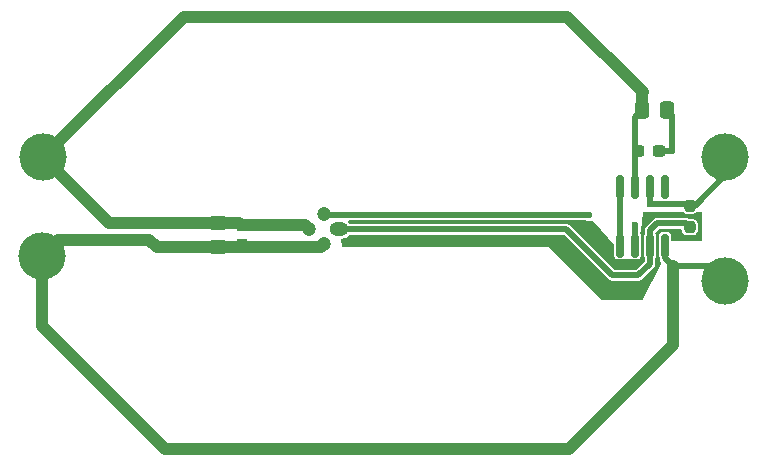
<source format=gbr>
%TF.GenerationSoftware,KiCad,Pcbnew,8.0.5*%
%TF.CreationDate,2024-12-28T23:53:34+01:00*%
%TF.ProjectId,LM399_voltage_reference,4c4d3339-395f-4766-9f6c-746167655f72,rev?*%
%TF.SameCoordinates,Original*%
%TF.FileFunction,Copper,L1,Top*%
%TF.FilePolarity,Positive*%
%FSLAX46Y46*%
G04 Gerber Fmt 4.6, Leading zero omitted, Abs format (unit mm)*
G04 Created by KiCad (PCBNEW 8.0.5) date 2024-12-28 23:53:34*
%MOMM*%
%LPD*%
G01*
G04 APERTURE LIST*
G04 Aperture macros list*
%AMRoundRect*
0 Rectangle with rounded corners*
0 $1 Rounding radius*
0 $2 $3 $4 $5 $6 $7 $8 $9 X,Y pos of 4 corners*
0 Add a 4 corners polygon primitive as box body*
4,1,4,$2,$3,$4,$5,$6,$7,$8,$9,$2,$3,0*
0 Add four circle primitives for the rounded corners*
1,1,$1+$1,$2,$3*
1,1,$1+$1,$4,$5*
1,1,$1+$1,$6,$7*
1,1,$1+$1,$8,$9*
0 Add four rect primitives between the rounded corners*
20,1,$1+$1,$2,$3,$4,$5,0*
20,1,$1+$1,$4,$5,$6,$7,0*
20,1,$1+$1,$6,$7,$8,$9,0*
20,1,$1+$1,$8,$9,$2,$3,0*%
G04 Aperture macros list end*
%TA.AperFunction,SMDPad,CuDef*%
%ADD10RoundRect,0.237500X0.237500X-0.250000X0.237500X0.250000X-0.237500X0.250000X-0.237500X-0.250000X0*%
%TD*%
%TA.AperFunction,ComponentPad*%
%ADD11O,1.600000X1.200000*%
%TD*%
%TA.AperFunction,ComponentPad*%
%ADD12C,1.200000*%
%TD*%
%TA.AperFunction,SMDPad,CuDef*%
%ADD13C,4.000000*%
%TD*%
%TA.AperFunction,SMDPad,CuDef*%
%ADD14RoundRect,0.237500X-0.300000X-0.237500X0.300000X-0.237500X0.300000X0.237500X-0.300000X0.237500X0*%
%TD*%
%TA.AperFunction,SMDPad,CuDef*%
%ADD15RoundRect,0.150000X0.150000X-0.825000X0.150000X0.825000X-0.150000X0.825000X-0.150000X-0.825000X0*%
%TD*%
%TA.AperFunction,SMDPad,CuDef*%
%ADD16RoundRect,0.250000X-0.475000X0.337500X-0.475000X-0.337500X0.475000X-0.337500X0.475000X0.337500X0*%
%TD*%
%TA.AperFunction,SMDPad,CuDef*%
%ADD17RoundRect,0.237500X-0.237500X0.300000X-0.237500X-0.300000X0.237500X-0.300000X0.237500X0.300000X0*%
%TD*%
%TA.AperFunction,SMDPad,CuDef*%
%ADD18RoundRect,0.250000X-0.337500X-0.475000X0.337500X-0.475000X0.337500X0.475000X-0.337500X0.475000X0*%
%TD*%
%TA.AperFunction,ViaPad*%
%ADD19C,0.600000*%
%TD*%
%TA.AperFunction,Conductor*%
%ADD20C,0.500000*%
%TD*%
%TA.AperFunction,Conductor*%
%ADD21C,1.000000*%
%TD*%
G04 APERTURE END LIST*
D10*
%TO.P,R1,1*%
%TO.N,Net-(U2-+)*%
X230965000Y-99812500D03*
%TO.P,R1,2*%
%TO.N,Net-(RN1-R1.2)*%
X230965000Y-97987500D03*
%TD*%
D11*
%TO.P,U1,1*%
%TO.N,Net-(U2-+)*%
X201270000Y-100000000D03*
D12*
%TO.P,U1,2*%
%TO.N,GND*%
X200000000Y-98730000D03*
%TO.P,U1,3*%
%TO.N,vcc*%
X198730000Y-100000000D03*
%TO.P,U1,4*%
%TO.N,GND*%
X200000000Y-101270000D03*
%TD*%
D13*
%TO.P,TP4,1,1*%
%TO.N,GND*%
X176100000Y-102300000D03*
%TD*%
%TO.P,TP3,1,1*%
%TO.N,vcc*%
X176200000Y-93900000D03*
%TD*%
D14*
%TO.P,C4,1*%
%TO.N,vcc*%
X226602500Y-93400000D03*
%TO.P,C4,2*%
%TO.N,GND*%
X228327500Y-93400000D03*
%TD*%
D15*
%TO.P,U2,1,SHDN*%
%TO.N,Net-(U2-CP)*%
X225060000Y-101375000D03*
%TO.P,U2,2,-*%
%TO.N,Net-(RN1-R1.1)*%
X226330000Y-101375000D03*
%TO.P,U2,3,+*%
%TO.N,Net-(U2-+)*%
X227600000Y-101375000D03*
%TO.P,U2,4,V-*%
%TO.N,GND*%
X228870000Y-101375000D03*
%TO.P,U2,5,COMP*%
%TO.N,unconnected-(U2-COMP-Pad5)*%
X228870000Y-96425000D03*
%TO.P,U2,6*%
%TO.N,Net-(RN1-R1.2)*%
X227600000Y-96425000D03*
%TO.P,U2,7,V+*%
%TO.N,vcc*%
X226330000Y-96425000D03*
%TO.P,U2,8,CP*%
%TO.N,Net-(U2-CP)*%
X225060000Y-96425000D03*
%TD*%
D16*
%TO.P,C3,1*%
%TO.N,vcc*%
X191000000Y-99462500D03*
%TO.P,C3,2*%
%TO.N,GND*%
X191000000Y-101537500D03*
%TD*%
D13*
%TO.P,TP1,1,1*%
%TO.N,Net-(RN1-R1.2)*%
X233965000Y-93900000D03*
%TD*%
D17*
%TO.P,C1,1*%
%TO.N,vcc*%
X193000000Y-99637500D03*
%TO.P,C1,2*%
%TO.N,GND*%
X193000000Y-101362500D03*
%TD*%
D18*
%TO.P,C2,1*%
%TO.N,vcc*%
X226927500Y-89900000D03*
%TO.P,C2,2*%
%TO.N,GND*%
X229002500Y-89900000D03*
%TD*%
D13*
%TO.P,TP2,1,1*%
%TO.N,GND*%
X233965000Y-104400000D03*
%TD*%
D19*
%TO.N,GND*%
X176100000Y-102300000D03*
X222400000Y-98800000D03*
X229500000Y-103102082D03*
X229465000Y-93400000D03*
%TO.N,Net-(RN1-R1.2)*%
X227600000Y-97900000D03*
%TO.N,Net-(RN1-R1.1)*%
X226330000Y-99670000D03*
%TD*%
D20*
%TO.N,vcc*%
X226965000Y-88400000D02*
X226927500Y-88437500D01*
D21*
X226927500Y-88437500D02*
X226927500Y-89900000D01*
X176200000Y-93900000D02*
X188102249Y-81997751D01*
X198367500Y-99637500D02*
X198730000Y-100000000D01*
X176200000Y-93900000D02*
X181762500Y-99462500D01*
X193000000Y-99637500D02*
X198367500Y-99637500D01*
X188102249Y-81997751D02*
X220562751Y-81997751D01*
X191000000Y-99462500D02*
X192825000Y-99462500D01*
D20*
X226330000Y-90497500D02*
X226330000Y-96425000D01*
X226927500Y-89900000D02*
X226330000Y-90497500D01*
D21*
X192825000Y-99462500D02*
X193000000Y-99637500D01*
X181762500Y-99462500D02*
X191000000Y-99462500D01*
X220562751Y-81997751D02*
X226965000Y-88400000D01*
D20*
%TO.N,GND*%
X229465000Y-93400000D02*
X229465000Y-90362500D01*
D21*
X185200000Y-100900000D02*
X185837500Y-101537500D01*
X220700000Y-118600000D02*
X186500000Y-118600000D01*
X229500000Y-103102082D02*
X229500000Y-103100000D01*
D20*
X229465000Y-93400000D02*
X228327500Y-93400000D01*
X200070000Y-98800000D02*
X222400000Y-98800000D01*
D21*
X199732500Y-101537500D02*
X200000000Y-101270000D01*
D20*
X233965000Y-104400000D02*
X232667082Y-103102082D01*
D21*
X192825000Y-101537500D02*
X193000000Y-101362500D01*
X192300000Y-101537500D02*
X192825000Y-101537500D01*
X186500000Y-118600000D02*
X176100000Y-108200000D01*
D20*
X232667082Y-103102082D02*
X229500000Y-103102082D01*
D21*
X229500000Y-103102082D02*
X229500000Y-109800000D01*
X192300000Y-101537500D02*
X199732500Y-101537500D01*
D20*
X229500000Y-103102082D02*
X228870000Y-102472082D01*
D21*
X185837500Y-101537500D02*
X192300000Y-101537500D01*
X176100000Y-108200000D02*
X176100000Y-102300000D01*
X176100000Y-102300000D02*
X177500000Y-100900000D01*
D20*
X229465000Y-90362500D02*
X229002500Y-89900000D01*
D21*
X177500000Y-100900000D02*
X185200000Y-100900000D01*
D20*
X200000000Y-98730000D02*
X200070000Y-98800000D01*
D21*
X229500000Y-109800000D02*
X220700000Y-118600000D01*
D20*
X228870000Y-102472082D02*
X228870000Y-101375000D01*
%TO.N,Net-(U2-+)*%
X227600000Y-101375000D02*
X227600000Y-100100000D01*
X227600000Y-102900000D02*
X226600000Y-103900000D01*
X224400000Y-103900000D02*
X220500000Y-100000000D01*
X226600000Y-103900000D02*
X224400000Y-103900000D01*
X220500000Y-100000000D02*
X201270000Y-100000000D01*
X227600000Y-101375000D02*
X227600000Y-102900000D01*
X228200000Y-99500000D02*
X230652500Y-99500000D01*
X230652500Y-99500000D02*
X230965000Y-99812500D01*
X227600000Y-100100000D02*
X228200000Y-99500000D01*
%TO.N,Net-(RN1-R1.2)*%
X231377500Y-97987500D02*
X233965000Y-95400000D01*
X233965000Y-95400000D02*
X233965000Y-93900000D01*
X230965000Y-97987500D02*
X231377500Y-97987500D01*
X227600000Y-97900000D02*
X230877500Y-97900000D01*
X230877500Y-97900000D02*
X230965000Y-97987500D01*
X227600000Y-97900000D02*
X227600000Y-96425000D01*
%TO.N,Net-(RN1-R1.1)*%
X226330000Y-99670000D02*
X226330000Y-101375000D01*
%TO.N,Net-(U2-CP)*%
X225060000Y-96425000D02*
X225060000Y-101375000D01*
%TD*%
%TA.AperFunction,NonConductor*%
G36*
X230381304Y-98519685D02*
G01*
X230407560Y-98544297D01*
X230407718Y-98544140D01*
X230412598Y-98549020D01*
X230414036Y-98550368D01*
X230414289Y-98550711D01*
X230520523Y-98629115D01*
X230520524Y-98629115D01*
X230520525Y-98629116D01*
X230645151Y-98672725D01*
X230645150Y-98672725D01*
X230674740Y-98675500D01*
X230674744Y-98675500D01*
X231255260Y-98675500D01*
X231284849Y-98672725D01*
X231328236Y-98657543D01*
X231409475Y-98629116D01*
X231515711Y-98550711D01*
X231515964Y-98550367D01*
X231516337Y-98550084D01*
X231522282Y-98544140D01*
X231523095Y-98544953D01*
X231571611Y-98508116D01*
X231615735Y-98500000D01*
X231876000Y-98500000D01*
X231943039Y-98519685D01*
X231988794Y-98572489D01*
X232000000Y-98624000D01*
X232000000Y-100876000D01*
X231980315Y-100943039D01*
X231927511Y-100988794D01*
X231876000Y-101000000D01*
X229494500Y-101000000D01*
X229427461Y-100980315D01*
X229381706Y-100927511D01*
X229370500Y-100876000D01*
X229370500Y-100516739D01*
X229361376Y-100454116D01*
X229360573Y-100448607D01*
X229309198Y-100343517D01*
X229309196Y-100343515D01*
X229309196Y-100343514D01*
X229226485Y-100260803D01*
X229121391Y-100209426D01*
X229053261Y-100199500D01*
X229053260Y-100199500D01*
X228686740Y-100199500D01*
X228686739Y-100199500D01*
X228618608Y-100209426D01*
X228513514Y-100260803D01*
X228430803Y-100343514D01*
X228379426Y-100448608D01*
X228369500Y-100516739D01*
X228369500Y-102233260D01*
X228379426Y-102301391D01*
X228406901Y-102357592D01*
X228419500Y-102412052D01*
X228419500Y-102531391D01*
X228437750Y-102599500D01*
X228450201Y-102645969D01*
X228509511Y-102748696D01*
X228509513Y-102748698D01*
X228523741Y-102762926D01*
X228557226Y-102824249D01*
X228552242Y-102893941D01*
X228546969Y-102906061D01*
X227034273Y-105931454D01*
X226986686Y-105982613D01*
X226923364Y-106000000D01*
X223551362Y-106000000D01*
X223484323Y-105980315D01*
X223463681Y-105963681D01*
X219000000Y-101500000D01*
X216129321Y-101500000D01*
X216119598Y-101499618D01*
X216118098Y-101499500D01*
X216118092Y-101499500D01*
X215881908Y-101499500D01*
X215881902Y-101499500D01*
X215880402Y-101499618D01*
X215870679Y-101500000D01*
X201605044Y-101500000D01*
X201538005Y-101480315D01*
X201492250Y-101427511D01*
X201482731Y-101396385D01*
X201407481Y-100944885D01*
X201415877Y-100875522D01*
X201460440Y-100821709D01*
X201527023Y-100800531D01*
X201529794Y-100800500D01*
X201548844Y-100800500D01*
X201548845Y-100800499D01*
X201703497Y-100769737D01*
X201849179Y-100709394D01*
X201980289Y-100621789D01*
X202091789Y-100510289D01*
X202094914Y-100505611D01*
X202148525Y-100460806D01*
X202198018Y-100450500D01*
X220262035Y-100450500D01*
X220329074Y-100470185D01*
X220349716Y-100486819D01*
X224123386Y-104260489D01*
X224226113Y-104319799D01*
X224250321Y-104326284D01*
X224250324Y-104326286D01*
X224250325Y-104326286D01*
X224280447Y-104334357D01*
X224340691Y-104350500D01*
X224340693Y-104350500D01*
X226659308Y-104350500D01*
X226659309Y-104350500D01*
X226749673Y-104326286D01*
X226773887Y-104319799D01*
X226876614Y-104260489D01*
X227960490Y-103176613D01*
X228019799Y-103073886D01*
X228024177Y-103057546D01*
X228050500Y-102959309D01*
X228050500Y-102412052D01*
X228063099Y-102357592D01*
X228090573Y-102301393D01*
X228100500Y-102233260D01*
X228100500Y-100516740D01*
X228092879Y-100464435D01*
X228090574Y-100448611D01*
X228090573Y-100448610D01*
X228090573Y-100448607D01*
X228063103Y-100392416D01*
X228051346Y-100323546D01*
X228078689Y-100259249D01*
X228086814Y-100250288D01*
X228350284Y-99986819D01*
X228411607Y-99953334D01*
X228437965Y-99950500D01*
X230165500Y-99950500D01*
X230232539Y-99970185D01*
X230278294Y-100022989D01*
X230289500Y-100074500D01*
X230289500Y-100115260D01*
X230292274Y-100144849D01*
X230335884Y-100269476D01*
X230414288Y-100375710D01*
X230414289Y-100375711D01*
X230520523Y-100454115D01*
X230520524Y-100454115D01*
X230520525Y-100454116D01*
X230645151Y-100497725D01*
X230645150Y-100497725D01*
X230674740Y-100500500D01*
X230674744Y-100500500D01*
X231255260Y-100500500D01*
X231284849Y-100497725D01*
X231322266Y-100484632D01*
X231409475Y-100454116D01*
X231515711Y-100375711D01*
X231594116Y-100269475D01*
X231637725Y-100144849D01*
X231640500Y-100115256D01*
X231640500Y-99509744D01*
X231638621Y-99489711D01*
X231637725Y-99480150D01*
X231602054Y-99378211D01*
X231594116Y-99355525D01*
X231576138Y-99331166D01*
X231515711Y-99249289D01*
X231515710Y-99249288D01*
X231409476Y-99170884D01*
X231284848Y-99127274D01*
X231284849Y-99127274D01*
X231255260Y-99124500D01*
X231255256Y-99124500D01*
X230936341Y-99124500D01*
X230874340Y-99107887D01*
X230866617Y-99103428D01*
X230826387Y-99080201D01*
X230800904Y-99073373D01*
X230800901Y-99073372D01*
X230763246Y-99063282D01*
X230711809Y-99049500D01*
X228140691Y-99049500D01*
X228051595Y-99073373D01*
X228051594Y-99073372D01*
X228026114Y-99080200D01*
X228026113Y-99080200D01*
X227923386Y-99139511D01*
X227923383Y-99139513D01*
X227239513Y-99823383D01*
X227239509Y-99823389D01*
X227180201Y-99926112D01*
X227180200Y-99926117D01*
X227149500Y-100040691D01*
X227149500Y-100337947D01*
X227136901Y-100392406D01*
X227109428Y-100448604D01*
X227109425Y-100448611D01*
X227099500Y-100516739D01*
X227099500Y-102233260D01*
X227109426Y-102301391D01*
X227136901Y-102357592D01*
X227149500Y-102412052D01*
X227149500Y-102662035D01*
X227129815Y-102729074D01*
X227113181Y-102749716D01*
X226449716Y-103413181D01*
X226388393Y-103446666D01*
X226362035Y-103449500D01*
X224637965Y-103449500D01*
X224570926Y-103429815D01*
X224550284Y-103413181D01*
X220776616Y-99639513D01*
X220776614Y-99639511D01*
X220725250Y-99609856D01*
X220673888Y-99580201D01*
X220661780Y-99576957D01*
X220649673Y-99573713D01*
X220649670Y-99573712D01*
X220611478Y-99563478D01*
X220559309Y-99549500D01*
X220559308Y-99549500D01*
X202198018Y-99549500D01*
X202130979Y-99529815D01*
X202094914Y-99494388D01*
X202091788Y-99489709D01*
X202064260Y-99462181D01*
X202030775Y-99400858D01*
X202035759Y-99331166D01*
X202077631Y-99275233D01*
X202143095Y-99250816D01*
X202151941Y-99250500D01*
X222142273Y-99250500D01*
X222181004Y-99258926D01*
X222181437Y-99257455D01*
X222328036Y-99300499D01*
X222328038Y-99300500D01*
X222328039Y-99300500D01*
X222471962Y-99300500D01*
X222471962Y-99300499D01*
X222539122Y-99280780D01*
X222618563Y-99257455D01*
X222619264Y-99259844D01*
X222675310Y-99251772D01*
X222738873Y-99280780D01*
X222751842Y-99293816D01*
X222923761Y-99494388D01*
X224529648Y-101367923D01*
X224558331Y-101431633D01*
X224559500Y-101448620D01*
X224559500Y-102233260D01*
X224569426Y-102301391D01*
X224620803Y-102406485D01*
X224703514Y-102489196D01*
X224703515Y-102489196D01*
X224703517Y-102489198D01*
X224808607Y-102540573D01*
X224842673Y-102545536D01*
X224876739Y-102550500D01*
X224876740Y-102550500D01*
X225243261Y-102550500D01*
X225277326Y-102545536D01*
X225311393Y-102540573D01*
X225392742Y-102500803D01*
X225461615Y-102489044D01*
X225499016Y-102499548D01*
X225499999Y-102500000D01*
X225966925Y-102500000D01*
X226021384Y-102512598D01*
X226078607Y-102540573D01*
X226112673Y-102545536D01*
X226146739Y-102550500D01*
X226146740Y-102550500D01*
X226513261Y-102550500D01*
X226535971Y-102547191D01*
X226581393Y-102540573D01*
X226686483Y-102489198D01*
X226769198Y-102406483D01*
X226820573Y-102301393D01*
X226830500Y-102233260D01*
X226830500Y-100516740D01*
X226822879Y-100464435D01*
X226820574Y-100448611D01*
X226820573Y-100448608D01*
X226820573Y-100448607D01*
X226793105Y-100392419D01*
X226793099Y-100392406D01*
X226780500Y-100337947D01*
X226780500Y-100263716D01*
X226781458Y-100248336D01*
X226798092Y-100115260D01*
X226986422Y-98608618D01*
X227014269Y-98544540D01*
X227072341Y-98505687D01*
X227109464Y-98500000D01*
X230314265Y-98500000D01*
X230381304Y-98519685D01*
G37*
%TD.AperFunction*%
M02*

</source>
